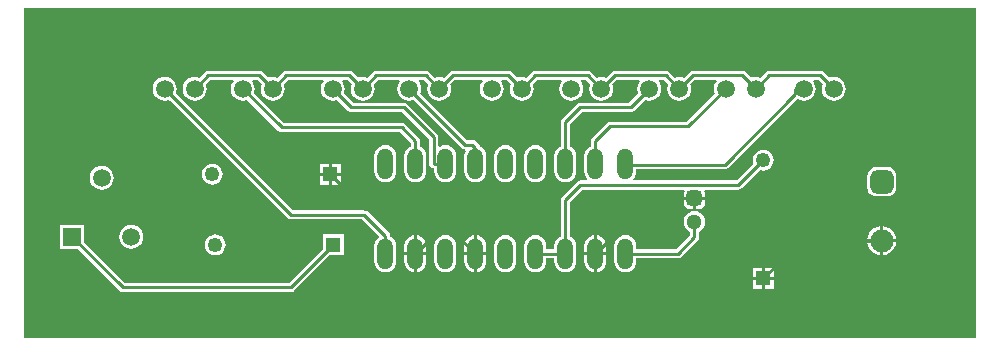
<source format=gbl>
G04*
G04 #@! TF.GenerationSoftware,Altium Limited,Altium Designer,24.1.2 (44)*
G04*
G04 Layer_Physical_Order=2*
G04 Layer_Color=16711680*
%FSLAX44Y44*%
%MOMM*%
G71*
G04*
G04 #@! TF.SameCoordinates,BB3BFAEA-7057-47C7-AC08-6295CB7027F8*
G04*
G04*
G04 #@! TF.FilePolarity,Positive*
G04*
G01*
G75*
%ADD13C,0.2540*%
%ADD16C,1.2500*%
%ADD17R,1.2500X1.2500*%
%ADD18R,1.2500X1.2500*%
%ADD25O,1.3208X2.6416*%
%ADD26C,1.5000*%
%ADD27C,1.9500*%
G04:AMPARAMS|DCode=28|XSize=1.95mm|YSize=1.95mm|CornerRadius=0.4875mm|HoleSize=0mm|Usage=FLASHONLY|Rotation=270.000|XOffset=0mm|YOffset=0mm|HoleType=Round|Shape=RoundedRectangle|*
%AMROUNDEDRECTD28*
21,1,1.9500,0.9750,0,0,270.0*
21,1,0.9750,1.9500,0,0,270.0*
1,1,0.9750,-0.4875,-0.4875*
1,1,0.9750,-0.4875,0.4875*
1,1,0.9750,0.4875,0.4875*
1,1,0.9750,0.4875,-0.4875*
%
%ADD28ROUNDEDRECTD28*%
%ADD29C,1.3000*%
G04:AMPARAMS|DCode=30|XSize=1.3mm|YSize=1.3mm|CornerRadius=0.325mm|HoleSize=0mm|Usage=FLASHONLY|Rotation=90.000|XOffset=0mm|YOffset=0mm|HoleType=Round|Shape=RoundedRectangle|*
%AMROUNDEDRECTD30*
21,1,1.3000,0.6500,0,0,90.0*
21,1,0.6500,1.3000,0,0,90.0*
1,1,0.6500,0.3250,0.3250*
1,1,0.6500,0.3250,-0.3250*
1,1,0.6500,-0.3250,-0.3250*
1,1,0.6500,-0.3250,0.3250*
%
%ADD30ROUNDEDRECTD30*%
%ADD31R,1.5080X1.5080*%
%ADD32C,1.5080*%
G36*
X807720Y0D02*
X1270D01*
Y279400D01*
X807720D01*
Y0D01*
D02*
G37*
%LPC*%
G36*
X675640Y226135D02*
X632460D01*
X630973Y225839D01*
X629713Y224997D01*
X624830Y220113D01*
X623651Y220602D01*
X621030Y220947D01*
X618409Y220602D01*
X617230Y220113D01*
X612347Y224997D01*
X611087Y225839D01*
X609600Y226135D01*
X567690D01*
X566203Y225839D01*
X564943Y224997D01*
X560060Y220113D01*
X558881Y220602D01*
X556260Y220947D01*
X553639Y220602D01*
X552460Y220113D01*
X547577Y224997D01*
X546317Y225839D01*
X544830Y226135D01*
X501650D01*
X500163Y225839D01*
X498903Y224997D01*
X494020Y220113D01*
X492841Y220602D01*
X490220Y220947D01*
X487599Y220602D01*
X486420Y220113D01*
X481537Y224997D01*
X480277Y225839D01*
X478790Y226135D01*
X434340D01*
X432853Y225839D01*
X431593Y224997D01*
X426710Y220113D01*
X425531Y220602D01*
X422910Y220947D01*
X420289Y220602D01*
X419110Y220113D01*
X414227Y224997D01*
X412967Y225839D01*
X411480Y226135D01*
X364490D01*
X363003Y225839D01*
X361743Y224997D01*
X356860Y220113D01*
X355681Y220602D01*
X353060Y220947D01*
X350439Y220602D01*
X349260Y220113D01*
X344377Y224997D01*
X343117Y225839D01*
X341630Y226135D01*
X299720D01*
X298233Y225839D01*
X296973Y224997D01*
X292090Y220113D01*
X290911Y220602D01*
X288290Y220947D01*
X285669Y220602D01*
X284490Y220113D01*
X279607Y224997D01*
X278347Y225839D01*
X276860Y226135D01*
X223520D01*
X222033Y225839D01*
X220773Y224997D01*
X215890Y220113D01*
X214711Y220602D01*
X212090Y220947D01*
X209469Y220602D01*
X208290Y220113D01*
X203407Y224997D01*
X202147Y225839D01*
X200660Y226135D01*
X157480D01*
X155993Y225839D01*
X154733Y224997D01*
X149850Y220113D01*
X148671Y220602D01*
X146050Y220947D01*
X143429Y220602D01*
X140987Y219590D01*
X138889Y217981D01*
X137280Y215883D01*
X136268Y213441D01*
X135923Y210820D01*
X136268Y208199D01*
X137280Y205757D01*
X138889Y203659D01*
X140987Y202050D01*
X143429Y201038D01*
X146050Y200693D01*
X148671Y201038D01*
X151113Y202050D01*
X153211Y203659D01*
X154820Y205757D01*
X155832Y208199D01*
X156177Y210820D01*
X155832Y213441D01*
X155343Y214620D01*
X159089Y218365D01*
X178224D01*
X178850Y217095D01*
X177920Y215883D01*
X176908Y213441D01*
X176563Y210820D01*
X176908Y208199D01*
X177920Y205757D01*
X179529Y203659D01*
X181627Y202050D01*
X184069Y201038D01*
X186690Y200693D01*
X189311Y201038D01*
X190490Y201527D01*
X216709Y175307D01*
X217969Y174465D01*
X219456Y174169D01*
X319447D01*
X328855Y164761D01*
Y162212D01*
X328129Y161911D01*
X326218Y160446D01*
X324753Y158535D01*
X323831Y156311D01*
X323517Y153924D01*
Y140716D01*
X323831Y138329D01*
X324753Y136105D01*
X326218Y134194D01*
X328129Y132729D01*
X330353Y131807D01*
X332740Y131493D01*
X335127Y131807D01*
X337351Y132729D01*
X339262Y134194D01*
X340727Y136105D01*
X341649Y138329D01*
X341963Y140716D01*
Y153924D01*
X341649Y156311D01*
X340727Y158535D01*
X339262Y160446D01*
X337351Y161911D01*
X336625Y162212D01*
Y166370D01*
X336329Y167857D01*
X335487Y169117D01*
X323803Y180801D01*
X322543Y181643D01*
X321056Y181939D01*
X221065D01*
X195983Y207020D01*
X196472Y208199D01*
X196817Y210820D01*
X196472Y213441D01*
X195460Y215883D01*
X194530Y217095D01*
X195156Y218365D01*
X199051D01*
X202797Y214620D01*
X202308Y213441D01*
X201963Y210820D01*
X202308Y208199D01*
X203320Y205757D01*
X204929Y203659D01*
X207027Y202050D01*
X209469Y201038D01*
X212090Y200693D01*
X214711Y201038D01*
X217153Y202050D01*
X219251Y203659D01*
X220860Y205757D01*
X221872Y208199D01*
X222217Y210820D01*
X221872Y213441D01*
X221383Y214620D01*
X225129Y218365D01*
X254424D01*
X255050Y217095D01*
X254120Y215883D01*
X253108Y213441D01*
X252763Y210820D01*
X253108Y208199D01*
X254120Y205757D01*
X255729Y203659D01*
X257827Y202050D01*
X260269Y201038D01*
X262890Y200693D01*
X265511Y201038D01*
X266690Y201527D01*
X275891Y192325D01*
X277151Y191483D01*
X278638Y191187D01*
X321479D01*
X344349Y168317D01*
Y147320D01*
X344645Y145833D01*
X345487Y144573D01*
X346747Y143731D01*
X348234Y143435D01*
X348917D01*
Y140716D01*
X349231Y138329D01*
X350153Y136105D01*
X351618Y134194D01*
X353529Y132729D01*
X355753Y131807D01*
X358140Y131493D01*
X360527Y131807D01*
X362751Y132729D01*
X364662Y134194D01*
X366127Y136105D01*
X367049Y138329D01*
X367363Y140716D01*
Y153924D01*
X367049Y156311D01*
X366127Y158535D01*
X364662Y160446D01*
X362751Y161911D01*
X360527Y162833D01*
X358140Y163147D01*
X355753Y162833D01*
X353529Y161911D01*
X353258Y161703D01*
X352119Y162265D01*
Y169926D01*
X351823Y171413D01*
X350981Y172673D01*
X325835Y197819D01*
X324575Y198661D01*
X323088Y198957D01*
X280247D01*
X272183Y207020D01*
X272672Y208199D01*
X273017Y210820D01*
X272672Y213441D01*
X271660Y215883D01*
X270730Y217095D01*
X271356Y218365D01*
X275251D01*
X278997Y214620D01*
X278508Y213441D01*
X278163Y210820D01*
X278508Y208199D01*
X279520Y205757D01*
X281129Y203659D01*
X283227Y202050D01*
X285669Y201038D01*
X288290Y200693D01*
X290911Y201038D01*
X293353Y202050D01*
X295451Y203659D01*
X297060Y205757D01*
X298072Y208199D01*
X298417Y210820D01*
X298072Y213441D01*
X297583Y214620D01*
X301329Y218365D01*
X319194D01*
X319820Y217095D01*
X318890Y215883D01*
X317878Y213441D01*
X317533Y210820D01*
X317878Y208199D01*
X318890Y205757D01*
X320499Y203659D01*
X322597Y202050D01*
X325039Y201038D01*
X327660Y200693D01*
X330281Y201038D01*
X331460Y201527D01*
X372157Y160829D01*
X373417Y159987D01*
X374904Y159691D01*
X375004D01*
X375171Y159353D01*
X375505Y158421D01*
X374631Y156311D01*
X374317Y153924D01*
Y140716D01*
X374631Y138329D01*
X375553Y136105D01*
X377018Y134194D01*
X378929Y132729D01*
X381153Y131807D01*
X383540Y131493D01*
X385927Y131807D01*
X388151Y132729D01*
X390062Y134194D01*
X391527Y136105D01*
X392449Y138329D01*
X392763Y140716D01*
Y153924D01*
X392449Y156311D01*
X391527Y158535D01*
X390062Y160446D01*
X388151Y161911D01*
X387170Y162318D01*
X387129Y162523D01*
X386287Y163783D01*
X383747Y166323D01*
X382487Y167165D01*
X381000Y167461D01*
X376513D01*
X336953Y207020D01*
X337442Y208199D01*
X337787Y210820D01*
X337442Y213441D01*
X336430Y215883D01*
X335500Y217095D01*
X336126Y218365D01*
X340021D01*
X343767Y214620D01*
X343278Y213441D01*
X342933Y210820D01*
X343278Y208199D01*
X344290Y205757D01*
X345899Y203659D01*
X347997Y202050D01*
X350439Y201038D01*
X353060Y200693D01*
X355681Y201038D01*
X358123Y202050D01*
X360221Y203659D01*
X361830Y205757D01*
X362842Y208199D01*
X363187Y210820D01*
X362842Y213441D01*
X362353Y214620D01*
X366099Y218365D01*
X389044D01*
X389670Y217095D01*
X388740Y215883D01*
X387728Y213441D01*
X387383Y210820D01*
X387728Y208199D01*
X388740Y205757D01*
X390349Y203659D01*
X392447Y202050D01*
X394889Y201038D01*
X397510Y200693D01*
X400131Y201038D01*
X402573Y202050D01*
X404671Y203659D01*
X406280Y205757D01*
X407292Y208199D01*
X407637Y210820D01*
X407292Y213441D01*
X406280Y215883D01*
X405350Y217095D01*
X405976Y218365D01*
X409871D01*
X413617Y214620D01*
X413128Y213441D01*
X412783Y210820D01*
X413128Y208199D01*
X414140Y205757D01*
X415749Y203659D01*
X417847Y202050D01*
X420289Y201038D01*
X422910Y200693D01*
X425531Y201038D01*
X427973Y202050D01*
X430071Y203659D01*
X431680Y205757D01*
X432692Y208199D01*
X433037Y210820D01*
X432692Y213441D01*
X432203Y214620D01*
X435949Y218365D01*
X456354D01*
X456980Y217095D01*
X456050Y215883D01*
X455038Y213441D01*
X454693Y210820D01*
X455038Y208199D01*
X456050Y205757D01*
X457659Y203659D01*
X459757Y202050D01*
X462199Y201038D01*
X464820Y200693D01*
X467441Y201038D01*
X469883Y202050D01*
X471981Y203659D01*
X473590Y205757D01*
X474602Y208199D01*
X474947Y210820D01*
X474602Y213441D01*
X473590Y215883D01*
X472660Y217095D01*
X473286Y218365D01*
X477181D01*
X480927Y214620D01*
X480438Y213441D01*
X480093Y210820D01*
X480438Y208199D01*
X481450Y205757D01*
X483059Y203659D01*
X485157Y202050D01*
X487599Y201038D01*
X490220Y200693D01*
X492841Y201038D01*
X495283Y202050D01*
X497381Y203659D01*
X498990Y205757D01*
X500002Y208199D01*
X500347Y210820D01*
X500002Y213441D01*
X499513Y214620D01*
X503259Y218365D01*
X522394D01*
X523020Y217095D01*
X522090Y215883D01*
X521078Y213441D01*
X520733Y210820D01*
X521078Y208199D01*
X521567Y207020D01*
X513503Y198957D01*
X472440D01*
X470953Y198661D01*
X469693Y197819D01*
X456993Y185119D01*
X456151Y183859D01*
X455855Y182372D01*
Y162212D01*
X455129Y161911D01*
X453218Y160446D01*
X451753Y158535D01*
X450831Y156311D01*
X450517Y153924D01*
Y140716D01*
X450831Y138329D01*
X451753Y136105D01*
X453218Y134194D01*
X455129Y132729D01*
X457353Y131807D01*
X459740Y131493D01*
X462127Y131807D01*
X464351Y132729D01*
X466262Y134194D01*
X467727Y136105D01*
X468649Y138329D01*
X468963Y140716D01*
Y153924D01*
X468649Y156311D01*
X467727Y158535D01*
X466262Y160446D01*
X464351Y161911D01*
X463625Y162212D01*
Y180763D01*
X474049Y191187D01*
X515112D01*
X516599Y191483D01*
X517859Y192325D01*
X527060Y201527D01*
X528239Y201038D01*
X530860Y200693D01*
X533481Y201038D01*
X535923Y202050D01*
X538021Y203659D01*
X539630Y205757D01*
X540642Y208199D01*
X540987Y210820D01*
X540642Y213441D01*
X539630Y215883D01*
X538700Y217095D01*
X539326Y218365D01*
X543221D01*
X546967Y214620D01*
X546478Y213441D01*
X546133Y210820D01*
X546478Y208199D01*
X547490Y205757D01*
X549099Y203659D01*
X551197Y202050D01*
X553639Y201038D01*
X556260Y200693D01*
X558881Y201038D01*
X561323Y202050D01*
X563421Y203659D01*
X565030Y205757D01*
X566042Y208199D01*
X566387Y210820D01*
X566042Y213441D01*
X565553Y214620D01*
X569299Y218365D01*
X587164D01*
X587790Y217095D01*
X586860Y215883D01*
X585848Y213441D01*
X585503Y210820D01*
X585848Y208199D01*
X586337Y207020D01*
X562271Y182955D01*
X497840D01*
X496353Y182659D01*
X495093Y181817D01*
X482393Y169117D01*
X481551Y167857D01*
X481255Y166370D01*
Y162212D01*
X480529Y161911D01*
X478618Y160446D01*
X477153Y158535D01*
X476231Y156311D01*
X475917Y153924D01*
Y140716D01*
X476231Y138329D01*
X477153Y136105D01*
X478429Y134441D01*
X478045Y133171D01*
X472440D01*
X470953Y132875D01*
X469693Y132033D01*
X456993Y119333D01*
X456151Y118073D01*
X455855Y116586D01*
Y86012D01*
X455129Y85711D01*
X453218Y84246D01*
X451753Y82335D01*
X450831Y80111D01*
X450517Y77724D01*
Y75005D01*
X443563D01*
Y77724D01*
X443249Y80111D01*
X442327Y82335D01*
X440862Y84246D01*
X438951Y85711D01*
X436727Y86633D01*
X434340Y86947D01*
X431953Y86633D01*
X429729Y85711D01*
X427818Y84246D01*
X426353Y82335D01*
X425431Y80111D01*
X425117Y77724D01*
Y64516D01*
X425431Y62129D01*
X426353Y59905D01*
X427818Y57994D01*
X429729Y56529D01*
X431953Y55607D01*
X434340Y55293D01*
X436727Y55607D01*
X438951Y56529D01*
X440862Y57994D01*
X442327Y59905D01*
X443249Y62129D01*
X443563Y64516D01*
Y67235D01*
X450517D01*
Y64516D01*
X450831Y62129D01*
X451753Y59905D01*
X453218Y57994D01*
X455129Y56529D01*
X457353Y55607D01*
X459740Y55293D01*
X462127Y55607D01*
X464351Y56529D01*
X466262Y57994D01*
X467727Y59905D01*
X468649Y62129D01*
X468963Y64516D01*
Y77724D01*
X468649Y80111D01*
X467727Y82335D01*
X466262Y84246D01*
X464351Y85711D01*
X463625Y86012D01*
Y114977D01*
X474049Y125401D01*
X560100D01*
X560698Y124281D01*
X560256Y123619D01*
X559807Y121360D01*
Y119380D01*
X568960D01*
X578113D01*
Y121360D01*
X577664Y123619D01*
X577222Y124281D01*
X577820Y125401D01*
X606336D01*
X607823Y125697D01*
X609083Y126539D01*
X624537Y141993D01*
X625085Y141766D01*
X627380Y141464D01*
X629675Y141766D01*
X631813Y142652D01*
X633649Y144061D01*
X635058Y145897D01*
X635944Y148035D01*
X636246Y150330D01*
X635944Y152625D01*
X635058Y154763D01*
X633649Y156599D01*
X631813Y158008D01*
X629675Y158894D01*
X627380Y159196D01*
X625085Y158894D01*
X622947Y158008D01*
X621111Y156599D01*
X619702Y154763D01*
X618816Y152625D01*
X618514Y150330D01*
X618816Y148035D01*
X619043Y147487D01*
X604727Y133171D01*
X517635D01*
X517251Y134441D01*
X518527Y136105D01*
X519449Y138329D01*
X519763Y140716D01*
Y142501D01*
X594695D01*
X596182Y142796D01*
X597442Y143638D01*
X656181Y202377D01*
X656607Y202050D01*
X659049Y201038D01*
X661670Y200693D01*
X664291Y201038D01*
X666733Y202050D01*
X668831Y203659D01*
X670440Y205757D01*
X671452Y208199D01*
X671797Y210820D01*
X671452Y213441D01*
X670440Y215883D01*
X669510Y217095D01*
X670136Y218365D01*
X674031D01*
X677777Y214620D01*
X677288Y213441D01*
X676943Y210820D01*
X677288Y208199D01*
X678300Y205757D01*
X679909Y203659D01*
X682007Y202050D01*
X684449Y201038D01*
X687070Y200693D01*
X689691Y201038D01*
X692133Y202050D01*
X694231Y203659D01*
X695840Y205757D01*
X696852Y208199D01*
X697197Y210820D01*
X696852Y213441D01*
X695840Y215883D01*
X694231Y217981D01*
X692133Y219590D01*
X689691Y220602D01*
X687070Y220947D01*
X684449Y220602D01*
X683270Y220113D01*
X678387Y224997D01*
X677127Y225839D01*
X675640Y226135D01*
D02*
G37*
G36*
X269610Y147220D02*
X262090D01*
Y139700D01*
X269610D01*
Y147220D01*
D02*
G37*
G36*
X259550D02*
X252030D01*
Y139700D01*
X259550D01*
Y147220D01*
D02*
G37*
G36*
X434340Y163147D02*
X431953Y162833D01*
X429729Y161911D01*
X427818Y160446D01*
X426353Y158535D01*
X425431Y156311D01*
X425117Y153924D01*
Y140716D01*
X425431Y138329D01*
X426353Y136105D01*
X427818Y134194D01*
X429729Y132729D01*
X431953Y131807D01*
X434340Y131493D01*
X436727Y131807D01*
X438951Y132729D01*
X440862Y134194D01*
X442327Y136105D01*
X443249Y138329D01*
X443563Y140716D01*
Y153924D01*
X443249Y156311D01*
X442327Y158535D01*
X440862Y160446D01*
X438951Y161911D01*
X436727Y162833D01*
X434340Y163147D01*
D02*
G37*
G36*
X408940D02*
X406553Y162833D01*
X404329Y161911D01*
X402418Y160446D01*
X400953Y158535D01*
X400031Y156311D01*
X399717Y153924D01*
Y140716D01*
X400031Y138329D01*
X400953Y136105D01*
X402418Y134194D01*
X404329Y132729D01*
X406553Y131807D01*
X408940Y131493D01*
X411327Y131807D01*
X413551Y132729D01*
X415462Y134194D01*
X416927Y136105D01*
X417849Y138329D01*
X418163Y140716D01*
Y153924D01*
X417849Y156311D01*
X416927Y158535D01*
X415462Y160446D01*
X413551Y161911D01*
X411327Y162833D01*
X408940Y163147D01*
D02*
G37*
G36*
X307340D02*
X304953Y162833D01*
X302729Y161911D01*
X300818Y160446D01*
X299353Y158535D01*
X298431Y156311D01*
X298117Y153924D01*
Y140716D01*
X298431Y138329D01*
X299353Y136105D01*
X300818Y134194D01*
X302729Y132729D01*
X304953Y131807D01*
X307340Y131493D01*
X309727Y131807D01*
X311951Y132729D01*
X313862Y134194D01*
X315327Y136105D01*
X316249Y138329D01*
X316563Y140716D01*
Y153924D01*
X316249Y156311D01*
X315327Y158535D01*
X313862Y160446D01*
X311951Y161911D01*
X309727Y162833D01*
X307340Y163147D01*
D02*
G37*
G36*
X269610Y137160D02*
X262090D01*
Y129640D01*
X269610D01*
Y137160D01*
D02*
G37*
G36*
X259550D02*
X252030D01*
Y129640D01*
X259550D01*
Y137160D01*
D02*
G37*
G36*
X160820Y147296D02*
X158525Y146994D01*
X156387Y146108D01*
X154551Y144699D01*
X153142Y142863D01*
X152256Y140725D01*
X151954Y138430D01*
X152256Y136135D01*
X153142Y133997D01*
X154551Y132161D01*
X156387Y130752D01*
X158525Y129866D01*
X160820Y129564D01*
X163115Y129866D01*
X165253Y130752D01*
X167089Y132161D01*
X168498Y133997D01*
X169384Y136135D01*
X169686Y138430D01*
X169384Y140725D01*
X168498Y142863D01*
X167089Y144699D01*
X165253Y146108D01*
X163115Y146994D01*
X160820Y147296D01*
D02*
G37*
G36*
X67310Y145657D02*
X64679Y145311D01*
X62227Y144295D01*
X60121Y142679D01*
X58505Y140574D01*
X57490Y138122D01*
X57143Y135490D01*
X57490Y132859D01*
X58505Y130407D01*
X60121Y128301D01*
X62227Y126685D01*
X64679Y125670D01*
X67310Y125323D01*
X69941Y125670D01*
X72393Y126685D01*
X74499Y128301D01*
X76115Y130407D01*
X77130Y132859D01*
X77477Y135490D01*
X77130Y138122D01*
X76115Y140574D01*
X74499Y142679D01*
X72393Y144295D01*
X69941Y145311D01*
X67310Y145657D01*
D02*
G37*
G36*
X732585Y144434D02*
X722835D01*
X720899Y144179D01*
X719096Y143432D01*
X717547Y142243D01*
X716358Y140695D01*
X715611Y138891D01*
X715356Y136955D01*
Y127205D01*
X715611Y125269D01*
X716358Y123465D01*
X717547Y121917D01*
X719096Y120728D01*
X720899Y119981D01*
X722835Y119726D01*
X732585D01*
X734521Y119981D01*
X736324Y120728D01*
X737873Y121917D01*
X739062Y123465D01*
X739809Y125269D01*
X740064Y127205D01*
Y136955D01*
X739809Y138891D01*
X739062Y140695D01*
X737873Y142243D01*
X736324Y143432D01*
X734521Y144179D01*
X732585Y144434D01*
D02*
G37*
G36*
X578113Y116840D02*
X570230D01*
Y108957D01*
X572210D01*
X574469Y109406D01*
X576384Y110686D01*
X577664Y112601D01*
X578113Y114860D01*
Y116840D01*
D02*
G37*
G36*
X567690D02*
X559807D01*
Y114860D01*
X560256Y112601D01*
X561536Y110686D01*
X563451Y109406D01*
X565710Y108957D01*
X567690D01*
Y116840D01*
D02*
G37*
G36*
X728980Y94309D02*
Y83350D01*
X739939D01*
X739684Y85288D01*
X738445Y88278D01*
X736475Y90845D01*
X733908Y92815D01*
X730918Y94054D01*
X728980Y94309D01*
D02*
G37*
G36*
X726440D02*
X724502Y94054D01*
X721512Y92815D01*
X718945Y90845D01*
X716975Y88278D01*
X715736Y85288D01*
X715481Y83350D01*
X726440D01*
Y94309D01*
D02*
G37*
G36*
X92310Y95657D02*
X89679Y95310D01*
X87227Y94295D01*
X85121Y92679D01*
X83505Y90573D01*
X82490Y88121D01*
X82143Y85490D01*
X82490Y82858D01*
X83505Y80406D01*
X85121Y78301D01*
X87227Y76685D01*
X89679Y75669D01*
X92310Y75323D01*
X94942Y75669D01*
X97394Y76685D01*
X99499Y78301D01*
X101115Y80406D01*
X102131Y82858D01*
X102477Y85490D01*
X102131Y88121D01*
X101115Y90573D01*
X99499Y92679D01*
X97394Y94295D01*
X94942Y95310D01*
X92310Y95657D01*
D02*
G37*
G36*
X568960Y107228D02*
X566600Y106917D01*
X564401Y106006D01*
X562513Y104557D01*
X561064Y102669D01*
X560153Y100470D01*
X559842Y98110D01*
X560153Y95750D01*
X561064Y93551D01*
X562513Y91663D01*
X564401Y90214D01*
X565075Y89934D01*
Y86699D01*
X553381Y75005D01*
X519763D01*
Y77724D01*
X519449Y80111D01*
X518527Y82335D01*
X517062Y84246D01*
X515151Y85711D01*
X512927Y86633D01*
X510540Y86947D01*
X508153Y86633D01*
X505929Y85711D01*
X504018Y84246D01*
X502553Y82335D01*
X501631Y80111D01*
X501317Y77724D01*
Y64516D01*
X501631Y62129D01*
X502553Y59905D01*
X504018Y57994D01*
X505929Y56529D01*
X508153Y55607D01*
X510540Y55293D01*
X512927Y55607D01*
X515151Y56529D01*
X517062Y57994D01*
X518527Y59905D01*
X519449Y62129D01*
X519763Y64516D01*
Y67235D01*
X554990D01*
X556477Y67531D01*
X557737Y68373D01*
X571707Y82343D01*
X572549Y83603D01*
X572845Y85090D01*
Y89934D01*
X573519Y90214D01*
X575407Y91663D01*
X576856Y93551D01*
X577767Y95750D01*
X578078Y98110D01*
X577767Y100470D01*
X576856Y102669D01*
X575407Y104557D01*
X573519Y106006D01*
X571320Y106917D01*
X568960Y107228D01*
D02*
G37*
G36*
X486410Y86780D02*
Y72390D01*
X494363D01*
Y77724D01*
X494049Y80111D01*
X493127Y82335D01*
X491662Y84246D01*
X489751Y85711D01*
X487527Y86633D01*
X486410Y86780D01*
D02*
G37*
G36*
X384810D02*
Y72390D01*
X392763D01*
Y77724D01*
X392449Y80111D01*
X391527Y82335D01*
X390062Y84246D01*
X388151Y85711D01*
X385927Y86633D01*
X384810Y86780D01*
D02*
G37*
G36*
X334010D02*
Y72390D01*
X341963D01*
Y77724D01*
X341649Y80111D01*
X340727Y82335D01*
X339262Y84246D01*
X337351Y85711D01*
X335127Y86633D01*
X334010Y86780D01*
D02*
G37*
G36*
X382270D02*
X381153Y86633D01*
X378929Y85711D01*
X377018Y84246D01*
X375553Y82335D01*
X374631Y80111D01*
X374317Y77724D01*
Y72390D01*
X382270D01*
Y86780D01*
D02*
G37*
G36*
X483870D02*
X482753Y86633D01*
X480529Y85711D01*
X478618Y84246D01*
X477153Y82335D01*
X476231Y80111D01*
X475917Y77724D01*
Y72390D01*
X483870D01*
Y86780D01*
D02*
G37*
G36*
X331470D02*
X330353Y86633D01*
X328129Y85711D01*
X326218Y84246D01*
X324753Y82335D01*
X323831Y80111D01*
X323517Y77724D01*
Y72390D01*
X331470D01*
Y86780D01*
D02*
G37*
G36*
X163360Y87606D02*
X161065Y87304D01*
X158927Y86418D01*
X157091Y85009D01*
X155682Y83173D01*
X154796Y81035D01*
X154494Y78740D01*
X154796Y76445D01*
X155682Y74307D01*
X157091Y72471D01*
X158927Y71062D01*
X161065Y70176D01*
X163360Y69874D01*
X165655Y70176D01*
X167793Y71062D01*
X169629Y72471D01*
X171038Y74307D01*
X171924Y76445D01*
X172226Y78740D01*
X171924Y81035D01*
X171038Y83173D01*
X169629Y85009D01*
X167793Y86418D01*
X165655Y87304D01*
X163360Y87606D01*
D02*
G37*
G36*
X739939Y80810D02*
X728980D01*
Y69851D01*
X730918Y70106D01*
X733908Y71345D01*
X736475Y73315D01*
X738445Y75882D01*
X739684Y78872D01*
X739939Y80810D01*
D02*
G37*
G36*
X726440D02*
X715481D01*
X715736Y78872D01*
X716975Y75882D01*
X718945Y73315D01*
X721512Y71345D01*
X724502Y70106D01*
X726440Y69851D01*
Y80810D01*
D02*
G37*
G36*
X341963Y69850D02*
X334010D01*
Y55460D01*
X335127Y55607D01*
X337351Y56529D01*
X339262Y57994D01*
X340727Y59905D01*
X341649Y62129D01*
X341963Y64516D01*
Y69850D01*
D02*
G37*
G36*
X494363D02*
X486410D01*
Y55460D01*
X487527Y55607D01*
X489751Y56529D01*
X491662Y57994D01*
X493127Y59905D01*
X494049Y62129D01*
X494363Y64516D01*
Y69850D01*
D02*
G37*
G36*
X392763D02*
X384810D01*
Y55460D01*
X385927Y55607D01*
X388151Y56529D01*
X390062Y57994D01*
X391527Y59905D01*
X392449Y62129D01*
X392763Y64516D01*
Y69850D01*
D02*
G37*
G36*
X382270D02*
X374317D01*
Y64516D01*
X374631Y62129D01*
X375553Y59905D01*
X377018Y57994D01*
X378929Y56529D01*
X381153Y55607D01*
X382270Y55460D01*
Y69850D01*
D02*
G37*
G36*
X483870D02*
X475917D01*
Y64516D01*
X476231Y62129D01*
X477153Y59905D01*
X478618Y57994D01*
X480529Y56529D01*
X482753Y55607D01*
X483870Y55460D01*
Y69850D01*
D02*
G37*
G36*
X331470D02*
X323517D01*
Y64516D01*
X323831Y62129D01*
X324753Y59905D01*
X326218Y57994D01*
X328129Y56529D01*
X330353Y55607D01*
X331470Y55460D01*
Y69850D01*
D02*
G37*
G36*
X408940Y86947D02*
X406553Y86633D01*
X404329Y85711D01*
X402418Y84246D01*
X400953Y82335D01*
X400031Y80111D01*
X399717Y77724D01*
Y64516D01*
X400031Y62129D01*
X400953Y59905D01*
X402418Y57994D01*
X404329Y56529D01*
X406553Y55607D01*
X408940Y55293D01*
X411327Y55607D01*
X413551Y56529D01*
X415462Y57994D01*
X416927Y59905D01*
X417849Y62129D01*
X418163Y64516D01*
Y77724D01*
X417849Y80111D01*
X416927Y82335D01*
X415462Y84246D01*
X413551Y85711D01*
X411327Y86633D01*
X408940Y86947D01*
D02*
G37*
G36*
X358140D02*
X355753Y86633D01*
X353529Y85711D01*
X351618Y84246D01*
X350153Y82335D01*
X349231Y80111D01*
X348917Y77724D01*
Y64516D01*
X349231Y62129D01*
X350153Y59905D01*
X351618Y57994D01*
X353529Y56529D01*
X355753Y55607D01*
X358140Y55293D01*
X360527Y55607D01*
X362751Y56529D01*
X364662Y57994D01*
X366127Y59905D01*
X367049Y62129D01*
X367363Y64516D01*
Y77724D01*
X367049Y80111D01*
X366127Y82335D01*
X364662Y84246D01*
X362751Y85711D01*
X360527Y86633D01*
X358140Y86947D01*
D02*
G37*
G36*
X120650Y220947D02*
X118029Y220602D01*
X115587Y219590D01*
X113489Y217981D01*
X111880Y215883D01*
X110868Y213441D01*
X110523Y210820D01*
X110868Y208199D01*
X111880Y205757D01*
X113489Y203659D01*
X115587Y202050D01*
X118029Y201038D01*
X120650Y200693D01*
X123271Y201038D01*
X124450Y201527D01*
X224583Y101393D01*
X225843Y100551D01*
X227330Y100255D01*
X287951D01*
X301915Y86291D01*
X301832Y85024D01*
X300818Y84246D01*
X299353Y82335D01*
X298431Y80111D01*
X298117Y77724D01*
Y64516D01*
X298431Y62129D01*
X299353Y59905D01*
X300818Y57994D01*
X302729Y56529D01*
X304953Y55607D01*
X307340Y55293D01*
X309727Y55607D01*
X311951Y56529D01*
X313862Y57994D01*
X315327Y59905D01*
X316249Y62129D01*
X316563Y64516D01*
Y77724D01*
X316249Y80111D01*
X315327Y82335D01*
X313862Y84246D01*
X311951Y85711D01*
X311225Y86012D01*
Y86360D01*
X310929Y87847D01*
X310087Y89107D01*
X292307Y106887D01*
X291047Y107729D01*
X289560Y108025D01*
X228939D01*
X129943Y207020D01*
X130432Y208199D01*
X130777Y210820D01*
X130432Y213441D01*
X129420Y215883D01*
X127811Y217981D01*
X125713Y219590D01*
X123271Y220602D01*
X120650Y220947D01*
D02*
G37*
G36*
X636170Y59120D02*
X628650D01*
Y51600D01*
X636170D01*
Y59120D01*
D02*
G37*
G36*
X626110D02*
X618590D01*
Y51600D01*
X626110D01*
Y59120D01*
D02*
G37*
G36*
X636170Y49060D02*
X628650D01*
Y41540D01*
X636170D01*
Y49060D01*
D02*
G37*
G36*
X626110D02*
X618590D01*
Y41540D01*
X626110D01*
Y49060D01*
D02*
G37*
G36*
X52390Y95570D02*
X32230D01*
Y75410D01*
X46896D01*
X82381Y39925D01*
X83641Y39083D01*
X85128Y38787D01*
X227292D01*
X228778Y39083D01*
X230039Y39925D01*
X260064Y69950D01*
X272150D01*
Y87530D01*
X254570D01*
Y75444D01*
X225683Y46557D01*
X86737D01*
X52390Y80904D01*
Y95570D01*
D02*
G37*
%LPD*%
D13*
X654304Y205994D02*
Y210820D01*
X510540Y146385D02*
X594695D01*
X659130Y82080D02*
X727710D01*
X627380Y50330D02*
X659130Y82080D01*
X365506Y89154D02*
X383540Y71120D01*
X350774Y89154D02*
X365506D01*
X332740Y71120D02*
X350774Y89154D01*
X42310Y85490D02*
X85128Y42672D01*
X227292D01*
X263360Y78740D01*
X200660Y222250D02*
X212090Y210820D01*
X157480Y222250D02*
X200660D01*
X146050Y210820D02*
X157480Y222250D01*
X478790D02*
X490220Y210820D01*
X434340Y222250D02*
X478790D01*
X422910Y210820D02*
X434340Y222250D01*
X621030Y210820D02*
X632460Y222250D01*
X675640D01*
X687070Y210820D01*
X544830Y222250D02*
X556260Y210820D01*
X501650Y222250D02*
X544830D01*
X490220Y210820D02*
X501650Y222250D01*
X556260Y210820D02*
X567690Y222250D01*
X609600D01*
X621030Y210820D01*
X276860Y222250D02*
X288290Y210820D01*
X223520Y222250D02*
X276860D01*
X212090Y210820D02*
X223520Y222250D01*
X353060Y210820D02*
X364490Y222250D01*
X411480D01*
X422910Y210820D01*
X341630Y222250D02*
X353060Y210820D01*
X299720Y222250D02*
X341630D01*
X288290Y210820D02*
X299720Y222250D01*
X260820Y138430D02*
X290030Y109220D01*
X320040D01*
X332740Y96520D01*
Y71120D02*
Y96520D01*
X307340Y71120D02*
Y86360D01*
X289560Y104140D02*
X307340Y86360D01*
X227330Y104140D02*
X289560D01*
X120650Y210820D02*
X227330Y104140D01*
X383540Y147320D02*
Y161036D01*
X381000Y163576D02*
X383540Y161036D01*
X374904Y163576D02*
X381000D01*
X327660Y210820D02*
X374904Y163576D01*
X332740Y147320D02*
Y166370D01*
X321056Y178054D02*
X332740Y166370D01*
X219456Y178054D02*
X321056D01*
X186690Y210820D02*
X219456Y178054D01*
X654304Y210820D02*
X661670D01*
X594695Y146385D02*
X654304Y205994D01*
X510540Y146385D02*
Y147320D01*
X515112Y195072D02*
X530860Y210820D01*
X472440Y195072D02*
X515112D01*
X459740Y182372D02*
X472440Y195072D01*
X459740Y147320D02*
Y182372D01*
X348234Y147320D02*
X358140D01*
X348234D02*
Y169926D01*
X323088Y195072D02*
X348234Y169926D01*
X278638Y195072D02*
X323088D01*
X262890Y210820D02*
X278638Y195072D01*
X563880Y179070D02*
X595630Y210820D01*
X497840Y179070D02*
X563880D01*
X485140Y166370D02*
X497840Y179070D01*
X485140Y147320D02*
Y166370D01*
X532130Y118110D02*
X568960D01*
X485140Y71120D02*
X532130Y118110D01*
X606336Y129286D02*
X627380Y150330D01*
X472440Y129286D02*
X606336D01*
X459740Y116586D02*
X472440Y129286D01*
X459740Y71120D02*
Y116586D01*
X568960Y85090D02*
Y98110D01*
X554990Y71120D02*
X568960Y85090D01*
X510540Y71120D02*
X554990D01*
X485140Y54610D02*
Y71120D01*
X472948Y42418D02*
X485140Y54610D01*
X395732Y42418D02*
X472948D01*
X383540Y54610D02*
X395732Y42418D01*
X383540Y54610D02*
Y71120D01*
X434340D02*
X459740D01*
D16*
X627380Y150330D02*
D03*
X163360Y78740D02*
D03*
X160820Y138430D02*
D03*
D17*
X627380Y50330D02*
D03*
D18*
X263360Y78740D02*
D03*
X260820Y138430D02*
D03*
D25*
X307340Y147320D02*
D03*
X332740D02*
D03*
X358140D02*
D03*
X383540D02*
D03*
X434340D02*
D03*
X459740D02*
D03*
X485140D02*
D03*
X510540D02*
D03*
Y71120D02*
D03*
X408940D02*
D03*
X434340D02*
D03*
X383540D02*
D03*
X358140D02*
D03*
X485140D02*
D03*
X459740D02*
D03*
X332740D02*
D03*
X307340D02*
D03*
X408940Y147320D02*
D03*
D26*
X530860Y210820D02*
D03*
X556260D02*
D03*
X327660D02*
D03*
X353060D02*
D03*
X262890D02*
D03*
X288290D02*
D03*
X397510D02*
D03*
X422910D02*
D03*
X464820D02*
D03*
X490220D02*
D03*
X595630D02*
D03*
X621030D02*
D03*
X661670D02*
D03*
X687070D02*
D03*
X120650D02*
D03*
X146050D02*
D03*
X186690D02*
D03*
X212090D02*
D03*
D27*
X727710Y82080D02*
D03*
D28*
Y132080D02*
D03*
D29*
X568960Y98110D02*
D03*
D30*
Y118110D02*
D03*
D31*
X42310Y85490D02*
D03*
D32*
X67310Y135490D02*
D03*
X92310Y85490D02*
D03*
M02*

</source>
